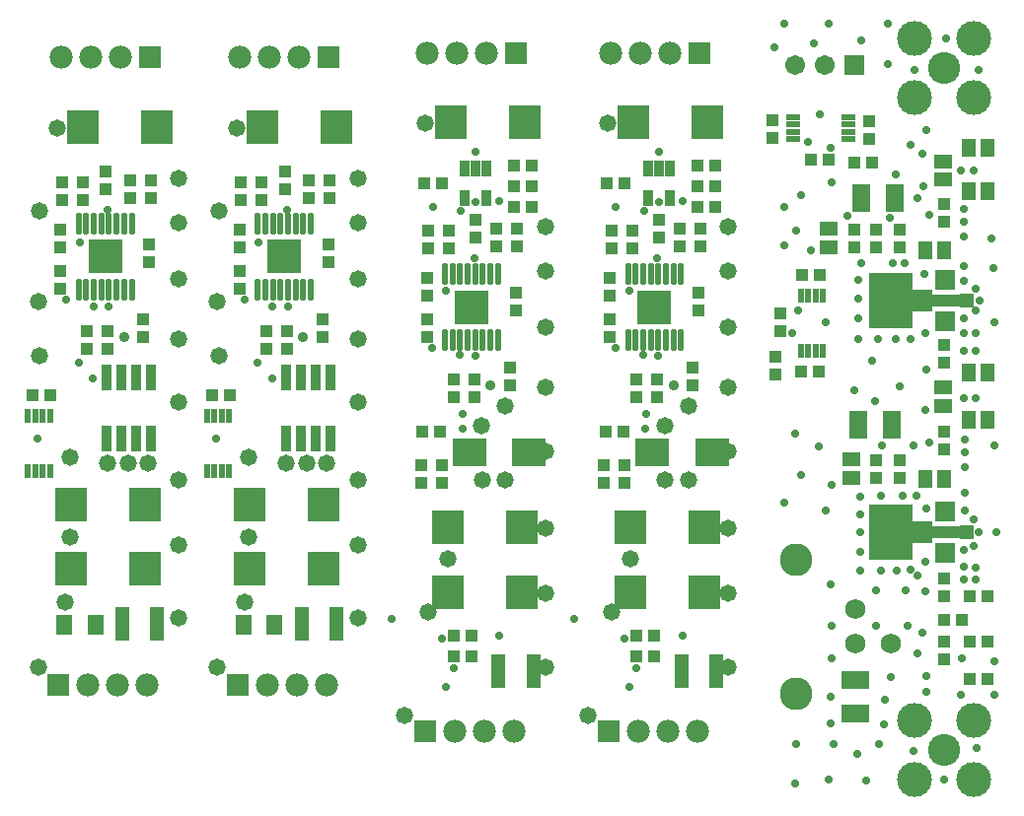
<source format=gts>
%FSLAX24Y24*%
%MOIN*%
G70*
G01*
G75*
G04 Layer_Color=8388736*
%ADD10R,0.0140X0.0400*%
%ADD11R,0.0450X0.0600*%
%ADD12R,0.0320X0.0360*%
%ADD13R,0.0394X0.1063*%
%ADD14R,0.0394X0.1063*%
%ADD15R,0.1004X0.1063*%
%ADD16R,0.0360X0.0320*%
%ADD17R,0.0260X0.0800*%
%ADD18O,0.0138X0.0669*%
%ADD19R,0.1063X0.1102*%
%ADD20C,0.1000*%
%ADD21C,0.0500*%
%ADD22C,0.0200*%
%ADD23C,0.0100*%
%ADD24C,0.0750*%
%ADD25R,0.0260X0.0500*%
%ADD26R,0.1063X0.0866*%
%ADD27C,0.0600*%
%ADD28R,0.0394X0.0394*%
%ADD29R,0.1028X0.0339*%
%ADD30R,0.0650X0.0701*%
%ADD31R,0.1402X0.1799*%
%ADD32R,0.0598X0.0598*%
%ADD33R,0.0385X0.0520*%
%ADD34R,0.0520X0.0385*%
%ADD35R,0.0846X0.0532*%
%ADD36R,0.0532X0.0846*%
%ADD37R,0.0400X0.0140*%
%ADD38R,0.0700X0.0700*%
%ADD39C,0.0700*%
%ADD40C,0.0200*%
%ADD41C,0.0280*%
%ADD42C,0.0500*%
%ADD43C,0.0260*%
%ADD44C,0.1000*%
%ADD45C,0.1100*%
%ADD46C,0.0600*%
%ADD47C,0.0591*%
%ADD48R,0.0591X0.0591*%
%ADD49C,0.0252*%
%ADD50C,0.1024*%
%ADD51R,0.0800X0.0260*%
%ADD52C,0.0400*%
%ADD53C,0.0250*%
%ADD54C,0.0079*%
%ADD55C,0.0098*%
%ADD56C,0.0060*%
%ADD57C,0.0080*%
%ADD58C,0.0050*%
%ADD59R,0.4000X0.0500*%
%ADD60R,0.0220X0.0480*%
%ADD61R,0.0530X0.0680*%
%ADD62R,0.0400X0.0440*%
%ADD63R,0.0474X0.1143*%
%ADD64R,0.0474X0.1143*%
%ADD65R,0.1084X0.1143*%
%ADD66R,0.0440X0.0400*%
%ADD67R,0.0340X0.0880*%
%ADD68O,0.0218X0.0749*%
%ADD69R,0.1143X0.1182*%
%ADD70R,0.0340X0.0580*%
%ADD71R,0.1143X0.0946*%
%ADD72R,0.0474X0.0474*%
%ADD73R,0.1108X0.0419*%
%ADD74R,0.0730X0.0781*%
%ADD75R,0.1482X0.1879*%
%ADD76R,0.0678X0.0678*%
%ADD77R,0.0465X0.0600*%
%ADD78R,0.0600X0.0465*%
%ADD79R,0.0926X0.0612*%
%ADD80R,0.0612X0.0926*%
%ADD81R,0.0480X0.0220*%
%ADD82R,0.0780X0.0780*%
%ADD83C,0.0780*%
%ADD84C,0.0360*%
%ADD85C,0.0580*%
%ADD86C,0.1080*%
%ADD87C,0.1180*%
%ADD88C,0.0680*%
%ADD89C,0.0671*%
%ADD90R,0.0671X0.0671*%
%ADD91C,0.0332*%
%ADD92C,0.1104*%
D41*
X20490Y33100D02*
D03*
X19065Y30075D02*
D03*
X20518Y29822D02*
D03*
X20006Y29834D02*
D03*
X19530Y32010D02*
D03*
X18110Y25370D02*
D03*
X19980Y27400D02*
D03*
X19510Y27920D02*
D03*
X25860Y30370D02*
D03*
Y16980D02*
D03*
X26420Y25710D02*
D03*
X26430Y26210D02*
D03*
X24020Y19260D02*
D03*
X25420Y33210D02*
D03*
X26336Y28194D02*
D03*
X26848Y28182D02*
D03*
X25720Y18610D02*
D03*
X26120Y17610D02*
D03*
X27670Y18710D02*
D03*
X25395Y28435D02*
D03*
X27670Y33410D02*
D03*
X26870Y33360D02*
D03*
Y35060D02*
D03*
X26820Y31460D02*
D03*
X26370Y33060D02*
D03*
X38800Y13850D02*
D03*
X37700Y15050D02*
D03*
X40050Y13800D02*
D03*
X37650Y13700D02*
D03*
X37300Y31900D02*
D03*
X38900Y19050D02*
D03*
Y17950D02*
D03*
X38850Y16650D02*
D03*
X40700Y16550D02*
D03*
X44400Y17850D02*
D03*
Y25150D02*
D03*
X44450Y22200D02*
D03*
X44350Y31150D02*
D03*
X44400Y29300D02*
D03*
X44300Y32150D02*
D03*
X36950Y38600D02*
D03*
X39902Y38837D02*
D03*
X38300Y38747D02*
D03*
X38800Y39400D02*
D03*
X37300D02*
D03*
X38900Y34050D02*
D03*
X37300Y33200D02*
D03*
X38450Y25100D02*
D03*
X42100Y16800D02*
D03*
X43800Y14900D02*
D03*
X42700Y13850D02*
D03*
X41650Y14800D02*
D03*
X42750Y38900D02*
D03*
X43850Y37850D02*
D03*
X41700D02*
D03*
X41800Y33500D02*
D03*
X41050Y34300D02*
D03*
X39420Y32903D02*
D03*
X40850Y32850D02*
D03*
X40600Y25150D02*
D03*
X40350Y26650D02*
D03*
X41650Y25150D02*
D03*
X38950Y15050D02*
D03*
X40500D02*
D03*
X40650Y15700D02*
D03*
X39750Y14700D02*
D03*
X38850Y15750D02*
D03*
Y20450D02*
D03*
X42100Y23000D02*
D03*
X41800Y18100D02*
D03*
X42050Y20200D02*
D03*
X41800Y20750D02*
D03*
X41400Y20250D02*
D03*
X40400D02*
D03*
X41450Y19050D02*
D03*
X40400D02*
D03*
X42100Y17350D02*
D03*
X41950Y18800D02*
D03*
X40900Y17300D02*
D03*
X40800Y39400D02*
D03*
Y38050D02*
D03*
X41200Y27150D02*
D03*
X40250Y28000D02*
D03*
X39650Y27000D02*
D03*
X38700Y22950D02*
D03*
X37300Y23200D02*
D03*
X37850Y24150D02*
D03*
X37650Y25550D02*
D03*
X37700Y32400D02*
D03*
X37850Y33600D02*
D03*
X38200Y31750D02*
D03*
X38900Y23800D02*
D03*
X42200Y25250D02*
D03*
X42050Y26350D02*
D03*
X42100Y27700D02*
D03*
X42200Y32950D02*
D03*
X42000Y33900D02*
D03*
X41950Y35000D02*
D03*
X41550Y35300D02*
D03*
X42100Y35800D02*
D03*
X43750Y26750D02*
D03*
X43350D02*
D03*
X43700Y34450D02*
D03*
X43250D02*
D03*
X43350Y33150D02*
D03*
Y32700D02*
D03*
Y32200D02*
D03*
Y31200D02*
D03*
X43750Y28950D02*
D03*
Y28350D02*
D03*
X43350D02*
D03*
Y28950D02*
D03*
X43750Y20600D02*
D03*
X43350Y21050D02*
D03*
X43400Y24400D02*
D03*
Y23550D02*
D03*
Y24900D02*
D03*
Y25350D02*
D03*
X43777Y21003D02*
D03*
X43350Y20600D02*
D03*
X44400Y16700D02*
D03*
X43247Y16703D02*
D03*
X43300Y17950D02*
D03*
X41750Y23450D02*
D03*
X41300D02*
D03*
X40550D02*
D03*
X39850Y23400D02*
D03*
X39854Y22797D02*
D03*
X39850Y22200D02*
D03*
Y21550D02*
D03*
Y20900D02*
D03*
X40550D02*
D03*
X41100D02*
D03*
X41550Y20950D02*
D03*
X42050Y21200D02*
D03*
X43350Y21600D02*
D03*
X43400Y22950D02*
D03*
X43350Y30700D02*
D03*
Y29450D02*
D03*
X42025Y30950D02*
D03*
X41350Y31300D02*
D03*
X40950D02*
D03*
X39900D02*
D03*
X39800Y30750D02*
D03*
Y30100D02*
D03*
Y29450D02*
D03*
Y28750D02*
D03*
X40450D02*
D03*
X41050D02*
D03*
X41550D02*
D03*
X42050Y28950D02*
D03*
X43900Y30050D02*
D03*
X43750Y30450D02*
D03*
Y29700D02*
D03*
X43700Y22650D02*
D03*
X43850Y22200D02*
D03*
X43700Y21750D02*
D03*
X38850Y35200D02*
D03*
X38100Y35400D02*
D03*
X38500Y36342D02*
D03*
X37750Y29700D02*
D03*
X38692Y29300D02*
D03*
X37550Y28950D02*
D03*
X32050Y30370D02*
D03*
Y16980D02*
D03*
X32610Y25710D02*
D03*
X32620Y26210D02*
D03*
X30210Y19260D02*
D03*
X31610Y33210D02*
D03*
X32526Y28194D02*
D03*
X33038Y28182D02*
D03*
X31910Y18610D02*
D03*
X32310Y17610D02*
D03*
X33860Y18710D02*
D03*
X31585Y28435D02*
D03*
X33860Y33410D02*
D03*
X33060Y33360D02*
D03*
Y35060D02*
D03*
X33010Y31460D02*
D03*
X32560Y33060D02*
D03*
X14440Y33100D02*
D03*
X13015Y30075D02*
D03*
X14468Y29822D02*
D03*
X13956Y29834D02*
D03*
X13480Y32010D02*
D03*
X12060Y25370D02*
D03*
X13930Y27400D02*
D03*
X13460Y27920D02*
D03*
D60*
X18280Y24280D02*
D03*
X18030D02*
D03*
X18530Y26130D02*
D03*
X18030D02*
D03*
X18280D02*
D03*
X17780Y24280D02*
D03*
Y26130D02*
D03*
X18530Y24280D02*
D03*
X37850Y30200D02*
D03*
X38600Y28350D02*
D03*
Y30200D02*
D03*
X38100Y28350D02*
D03*
X38350D02*
D03*
X37850D02*
D03*
X38350Y30200D02*
D03*
X38100D02*
D03*
X12230Y24280D02*
D03*
X11980D02*
D03*
X12480Y26130D02*
D03*
X11980D02*
D03*
X12230D02*
D03*
X11730Y24280D02*
D03*
Y26130D02*
D03*
X12480Y24280D02*
D03*
D61*
X19020Y19070D02*
D03*
X20070D02*
D03*
X12970D02*
D03*
X14020D02*
D03*
D62*
X18890Y31050D02*
D03*
Y30450D02*
D03*
Y32450D02*
D03*
Y31850D02*
D03*
X18940Y33450D02*
D03*
Y34050D02*
D03*
X19640D02*
D03*
Y33450D02*
D03*
X20420Y34400D02*
D03*
Y33800D02*
D03*
X19790Y29000D02*
D03*
Y28400D02*
D03*
X20490Y29000D02*
D03*
Y28400D02*
D03*
X21240Y33500D02*
D03*
Y34100D02*
D03*
X21940D02*
D03*
Y33500D02*
D03*
X21890Y31350D02*
D03*
Y31950D02*
D03*
X21690Y29400D02*
D03*
Y28800D02*
D03*
X28020Y27160D02*
D03*
Y27760D02*
D03*
X28220Y30310D02*
D03*
Y29710D02*
D03*
X28270Y31860D02*
D03*
Y32460D02*
D03*
X27570D02*
D03*
Y31860D02*
D03*
X26820Y26760D02*
D03*
Y27360D02*
D03*
X26120Y26760D02*
D03*
Y27360D02*
D03*
X25720Y23860D02*
D03*
Y24460D02*
D03*
X25020Y23860D02*
D03*
Y24460D02*
D03*
X26870Y32160D02*
D03*
Y32760D02*
D03*
X25970Y31810D02*
D03*
Y32410D02*
D03*
X25270D02*
D03*
Y31810D02*
D03*
X25220Y30210D02*
D03*
Y30810D02*
D03*
Y28810D02*
D03*
Y29410D02*
D03*
X42700Y17900D02*
D03*
Y18500D02*
D03*
Y20050D02*
D03*
Y20650D02*
D03*
Y25000D02*
D03*
Y25600D02*
D03*
Y27950D02*
D03*
Y28550D02*
D03*
Y32700D02*
D03*
Y33300D02*
D03*
X40400Y24650D02*
D03*
Y24050D02*
D03*
X41200Y32450D02*
D03*
Y31850D02*
D03*
Y24650D02*
D03*
Y24050D02*
D03*
X40400Y32450D02*
D03*
Y31850D02*
D03*
X39650Y32450D02*
D03*
Y31850D02*
D03*
X37000Y28150D02*
D03*
Y27550D02*
D03*
X37150Y29600D02*
D03*
Y29000D02*
D03*
X36900Y36150D02*
D03*
Y35550D02*
D03*
X40150Y36100D02*
D03*
Y35500D02*
D03*
X34210Y27160D02*
D03*
Y27760D02*
D03*
X34410Y30310D02*
D03*
Y29710D02*
D03*
X34460Y31860D02*
D03*
Y32460D02*
D03*
X33760D02*
D03*
Y31860D02*
D03*
X33010Y26760D02*
D03*
Y27360D02*
D03*
X32310Y26760D02*
D03*
Y27360D02*
D03*
X31910Y23860D02*
D03*
Y24460D02*
D03*
X31210Y23860D02*
D03*
Y24460D02*
D03*
X33060Y32160D02*
D03*
Y32760D02*
D03*
X32160Y31810D02*
D03*
Y32410D02*
D03*
X31460D02*
D03*
Y31810D02*
D03*
X31410Y30210D02*
D03*
Y30810D02*
D03*
Y28810D02*
D03*
Y29410D02*
D03*
X12840Y31050D02*
D03*
Y30450D02*
D03*
Y32450D02*
D03*
Y31850D02*
D03*
X12890Y33450D02*
D03*
Y34050D02*
D03*
X13590D02*
D03*
Y33450D02*
D03*
X14370Y34400D02*
D03*
Y33800D02*
D03*
X13740Y29000D02*
D03*
Y28400D02*
D03*
X14440Y29000D02*
D03*
Y28400D02*
D03*
X15190Y33500D02*
D03*
Y34100D02*
D03*
X15890D02*
D03*
Y33500D02*
D03*
X15840Y31350D02*
D03*
Y31950D02*
D03*
X15640Y29400D02*
D03*
Y28800D02*
D03*
D63*
X20980Y19100D02*
D03*
X28820Y17510D02*
D03*
X35010D02*
D03*
X14930Y19100D02*
D03*
D64*
X22161D02*
D03*
X27639Y17510D02*
D03*
X33829D02*
D03*
X16111Y19100D02*
D03*
D65*
X19230Y20980D02*
D03*
X21730D02*
D03*
X19230Y23120D02*
D03*
X21730D02*
D03*
X19660Y35900D02*
D03*
X22160D02*
D03*
X28520Y36060D02*
D03*
X26020D02*
D03*
X25920Y22360D02*
D03*
X28420D02*
D03*
X25920Y20160D02*
D03*
X28420D02*
D03*
X34710Y36060D02*
D03*
X32210D02*
D03*
X32110Y22360D02*
D03*
X34610D02*
D03*
X32110Y20160D02*
D03*
X34610D02*
D03*
X13180Y20980D02*
D03*
X15680D02*
D03*
X13180Y23120D02*
D03*
X15680D02*
D03*
X13610Y35900D02*
D03*
X16110D02*
D03*
D66*
X18560Y26840D02*
D03*
X17960D02*
D03*
X28170Y33910D02*
D03*
X28770D02*
D03*
Y33210D02*
D03*
X28170D02*
D03*
X25120Y34010D02*
D03*
X25720D02*
D03*
X28170Y34610D02*
D03*
X28770D02*
D03*
X25070Y25610D02*
D03*
X25670D02*
D03*
X26720Y18010D02*
D03*
X26120D02*
D03*
Y18710D02*
D03*
X26720D02*
D03*
X44150Y17250D02*
D03*
X43550D02*
D03*
X44150Y20050D02*
D03*
X43550D02*
D03*
X44150Y18500D02*
D03*
X43550D02*
D03*
X43300Y19250D02*
D03*
X42700D02*
D03*
X39650Y34700D02*
D03*
X40250D02*
D03*
X38500Y30900D02*
D03*
X37900D02*
D03*
X38450Y27650D02*
D03*
X37850D02*
D03*
X38200Y34800D02*
D03*
X38800D02*
D03*
X34360Y33910D02*
D03*
X34960D02*
D03*
Y33210D02*
D03*
X34360D02*
D03*
X31310Y34010D02*
D03*
X31910D02*
D03*
X34360Y34610D02*
D03*
X34960D02*
D03*
X31260Y25610D02*
D03*
X31860D02*
D03*
X32910Y18010D02*
D03*
X32310D02*
D03*
Y18710D02*
D03*
X32910D02*
D03*
X12510Y26840D02*
D03*
X11910D02*
D03*
D67*
X21950Y25370D02*
D03*
X20450Y27420D02*
D03*
X21450D02*
D03*
X21950D02*
D03*
X21450Y25370D02*
D03*
X20950D02*
D03*
X20450D02*
D03*
X20950Y27420D02*
D03*
X15900Y25370D02*
D03*
X14400Y27420D02*
D03*
X15400D02*
D03*
X15900D02*
D03*
X15400Y25370D02*
D03*
X14900D02*
D03*
X14400D02*
D03*
X14900Y27420D02*
D03*
D68*
X21296Y32642D02*
D03*
X21040D02*
D03*
X20784D02*
D03*
X20528D02*
D03*
X20272D02*
D03*
X20016D02*
D03*
X19760D02*
D03*
X19504D02*
D03*
X21296Y30398D02*
D03*
X21040D02*
D03*
X20784D02*
D03*
X20528D02*
D03*
X20272D02*
D03*
X20016D02*
D03*
X19760D02*
D03*
X19504D02*
D03*
X25824Y28688D02*
D03*
X26080D02*
D03*
X26336D02*
D03*
X26592D02*
D03*
X26848D02*
D03*
X27104D02*
D03*
X27360D02*
D03*
X27616D02*
D03*
X25824Y30932D02*
D03*
X26080D02*
D03*
X26336D02*
D03*
X26592D02*
D03*
X26848D02*
D03*
X27104D02*
D03*
X27360D02*
D03*
X27616D02*
D03*
X32014Y28688D02*
D03*
X32270D02*
D03*
X32526D02*
D03*
X32782D02*
D03*
X33038D02*
D03*
X33294D02*
D03*
X33550D02*
D03*
X33806D02*
D03*
X32014Y30932D02*
D03*
X32270D02*
D03*
X32526D02*
D03*
X32782D02*
D03*
X33038D02*
D03*
X33294D02*
D03*
X33550D02*
D03*
X33806D02*
D03*
X15246Y32642D02*
D03*
X14990D02*
D03*
X14734D02*
D03*
X14478D02*
D03*
X14222D02*
D03*
X13966D02*
D03*
X13710D02*
D03*
X13454D02*
D03*
X15246Y30398D02*
D03*
X14990D02*
D03*
X14734D02*
D03*
X14478D02*
D03*
X14222D02*
D03*
X13966D02*
D03*
X13710D02*
D03*
X13454D02*
D03*
D69*
X20400Y31520D02*
D03*
X26720Y29810D02*
D03*
X32910D02*
D03*
X14350Y31520D02*
D03*
D70*
X26495Y34510D02*
D03*
X27245D02*
D03*
X26495Y33510D02*
D03*
X27245D02*
D03*
X26870Y34510D02*
D03*
X32685D02*
D03*
X33435D02*
D03*
X32685Y33510D02*
D03*
X33435D02*
D03*
X33060Y34510D02*
D03*
D71*
X28658Y24900D02*
D03*
X26650D02*
D03*
X34848D02*
D03*
X32840D02*
D03*
D72*
X43469Y30050D02*
D03*
Y22200D02*
D03*
D73*
X42760Y30050D02*
D03*
Y22200D02*
D03*
D74*
X41926Y30050D02*
D03*
Y22200D02*
D03*
D75*
X40900Y30050D02*
D03*
Y22200D02*
D03*
D76*
X42721Y30751D02*
D03*
X42721Y29349D02*
D03*
X42721Y22901D02*
D03*
X42721Y21499D02*
D03*
D77*
X44150Y26000D02*
D03*
X43525D02*
D03*
X44150Y27600D02*
D03*
X43525D02*
D03*
X44150Y33750D02*
D03*
X43525D02*
D03*
X44150Y35200D02*
D03*
X43525D02*
D03*
X42700Y24000D02*
D03*
X42075D02*
D03*
X42700Y31750D02*
D03*
X42075D02*
D03*
D78*
X42650Y27100D02*
D03*
Y26475D02*
D03*
Y34750D02*
D03*
Y34125D02*
D03*
X39550Y24050D02*
D03*
Y24675D02*
D03*
X38800Y31850D02*
D03*
Y32475D02*
D03*
D79*
X39700Y16058D02*
D03*
Y17200D02*
D03*
D80*
X40942Y25850D02*
D03*
X39800D02*
D03*
X41042Y33500D02*
D03*
X39900D02*
D03*
D81*
X37600Y35500D02*
D03*
X39450Y36250D02*
D03*
X37600D02*
D03*
X39450Y35750D02*
D03*
Y36000D02*
D03*
Y35500D02*
D03*
X37600Y36000D02*
D03*
Y35750D02*
D03*
D82*
X18820Y17020D02*
D03*
X21910Y38270D02*
D03*
X25170Y15460D02*
D03*
X28230Y38400D02*
D03*
X31360Y15460D02*
D03*
X34420Y38400D02*
D03*
X12770Y17020D02*
D03*
X15860Y38270D02*
D03*
D83*
X19820Y17020D02*
D03*
X20820D02*
D03*
X21820D02*
D03*
X20910Y38270D02*
D03*
X19910D02*
D03*
X18910D02*
D03*
X26170Y15460D02*
D03*
X27170D02*
D03*
X28170D02*
D03*
X27230Y38400D02*
D03*
X26230D02*
D03*
X25230D02*
D03*
X32360Y15460D02*
D03*
X33360D02*
D03*
X34360D02*
D03*
X33420Y38400D02*
D03*
X32420D02*
D03*
X31420D02*
D03*
X13770Y17020D02*
D03*
X14770D02*
D03*
X15770D02*
D03*
X14860Y38270D02*
D03*
X13860D02*
D03*
X12860D02*
D03*
D84*
X21040Y28800D02*
D03*
X27370Y27160D02*
D03*
X33560D02*
D03*
X14990Y28800D02*
D03*
D85*
X22890Y34180D02*
D03*
Y32680D02*
D03*
Y30770D02*
D03*
Y28740D02*
D03*
Y26590D02*
D03*
Y23970D02*
D03*
Y21770D02*
D03*
Y19290D02*
D03*
X18140Y17640D02*
D03*
X18790Y35880D02*
D03*
X18190Y33080D02*
D03*
Y28180D02*
D03*
X18140Y30000D02*
D03*
X21830Y24550D02*
D03*
X21170D02*
D03*
X20470Y24540D02*
D03*
X19210Y24720D02*
D03*
X19200Y22040D02*
D03*
X19060Y19850D02*
D03*
X25150Y36040D02*
D03*
X24470Y16000D02*
D03*
X29220Y17650D02*
D03*
Y20130D02*
D03*
Y22330D02*
D03*
Y24950D02*
D03*
Y27100D02*
D03*
Y29130D02*
D03*
Y31040D02*
D03*
Y32540D02*
D03*
X27070Y25790D02*
D03*
X27080Y23980D02*
D03*
X25920Y21310D02*
D03*
X25270Y19510D02*
D03*
X27860Y23960D02*
D03*
Y26460D02*
D03*
X31340Y36040D02*
D03*
X30660Y16000D02*
D03*
X35410Y17650D02*
D03*
Y20130D02*
D03*
Y22330D02*
D03*
Y24950D02*
D03*
Y27100D02*
D03*
Y29130D02*
D03*
Y31040D02*
D03*
Y32540D02*
D03*
X33260Y25790D02*
D03*
X33270Y23980D02*
D03*
X32110Y21310D02*
D03*
X31460Y19510D02*
D03*
X34050Y23960D02*
D03*
Y26460D02*
D03*
X16840Y34180D02*
D03*
Y32680D02*
D03*
Y30770D02*
D03*
Y28740D02*
D03*
Y26590D02*
D03*
Y23970D02*
D03*
Y21770D02*
D03*
Y19290D02*
D03*
X12090Y17640D02*
D03*
X12740Y35880D02*
D03*
X12140Y33080D02*
D03*
Y28180D02*
D03*
X12090Y30000D02*
D03*
X15780Y24550D02*
D03*
X15120D02*
D03*
X14420Y24540D02*
D03*
X13160Y24720D02*
D03*
X13150Y22040D02*
D03*
X13010Y19850D02*
D03*
D86*
X42700Y14850D02*
D03*
Y37900D02*
D03*
D87*
X43700Y13850D02*
D03*
X41700D02*
D03*
Y15850D02*
D03*
X43700D02*
D03*
X41700Y36900D02*
D03*
X43700D02*
D03*
Y38900D02*
D03*
X41700D02*
D03*
D88*
X39700Y18423D02*
D03*
Y19604D02*
D03*
X40881Y18423D02*
D03*
D89*
X37650Y38000D02*
D03*
X38650D02*
D03*
D90*
X39650D02*
D03*
D91*
X41028Y30341D02*
D03*
Y29759D02*
D03*
X40565Y29471D02*
D03*
Y30629D02*
D03*
Y30050D02*
D03*
X42061D02*
D03*
X41599D02*
D03*
X43469D02*
D03*
X41028Y22491D02*
D03*
Y21909D02*
D03*
X40565Y21621D02*
D03*
Y22779D02*
D03*
Y22200D02*
D03*
X42061D02*
D03*
X41599D02*
D03*
X43469D02*
D03*
D92*
X37700Y21278D02*
D03*
Y16750D02*
D03*
M02*

</source>
